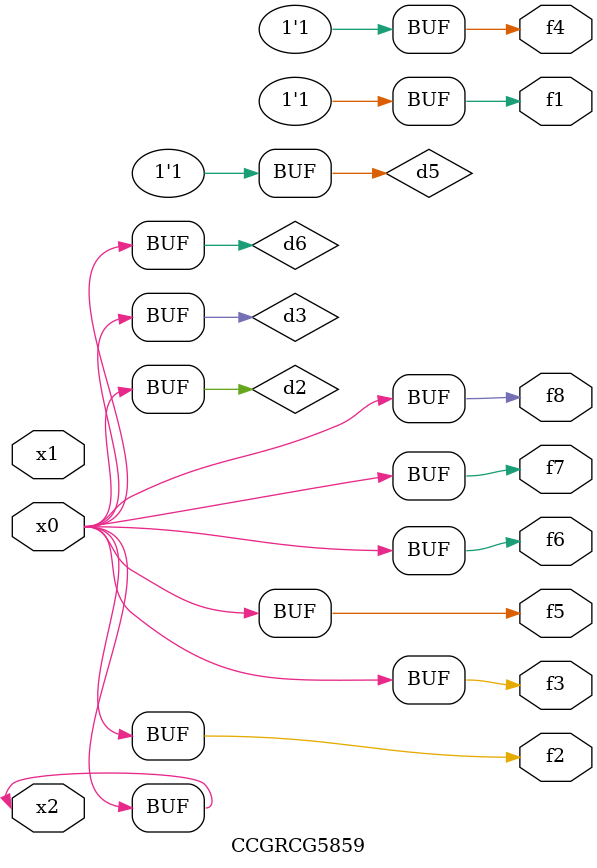
<source format=v>
module CCGRCG5859(
	input x0, x1, x2,
	output f1, f2, f3, f4, f5, f6, f7, f8
);

	wire d1, d2, d3, d4, d5, d6;

	xnor (d1, x2);
	buf (d2, x0, x2);
	and (d3, x0);
	xnor (d4, x1, x2);
	nand (d5, d1, d3);
	buf (d6, d2, d3);
	assign f1 = d5;
	assign f2 = d6;
	assign f3 = d6;
	assign f4 = d5;
	assign f5 = d6;
	assign f6 = d6;
	assign f7 = d6;
	assign f8 = d6;
endmodule

</source>
